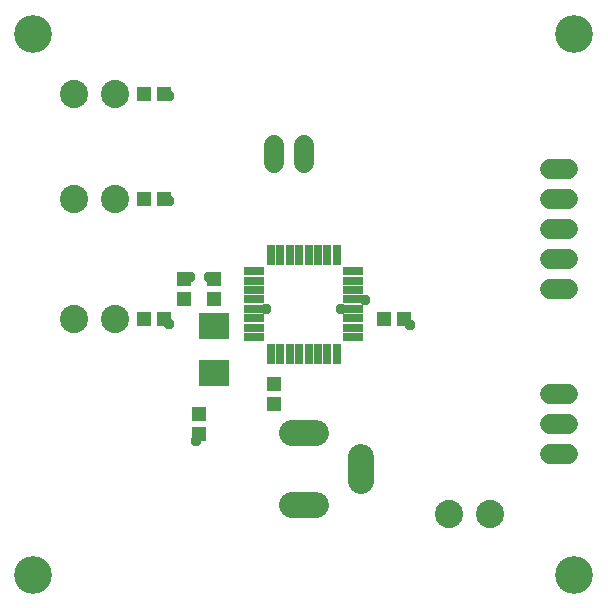
<source format=gbr>
G04 EAGLE Gerber RS-274X export*
G75*
%MOMM*%
%FSLAX34Y34*%
%LPD*%
%INSoldermask Top*%
%IPPOS*%
%AMOC8*
5,1,8,0,0,1.08239X$1,22.5*%
G01*
%ADD10C,3.203200*%
%ADD11R,1.303200X1.203200*%
%ADD12R,1.203200X1.303200*%
%ADD13C,2.203200*%
%ADD14C,1.727200*%
%ADD15C,2.387600*%
%ADD16R,1.803200X0.753200*%
%ADD17R,0.753200X1.803200*%
%ADD18R,2.603200X2.203200*%
%ADD19C,0.959600*%


D10*
X25000Y25000D03*
X25000Y483000D03*
X483000Y483000D03*
X483000Y25000D03*
D11*
X321700Y241300D03*
X338700Y241300D03*
D12*
X177800Y258200D03*
X177800Y275200D03*
X152400Y258200D03*
X152400Y275200D03*
X165100Y160900D03*
X165100Y143900D03*
D13*
X244000Y145300D02*
X264000Y145300D01*
X264000Y84300D02*
X244000Y84300D01*
X302000Y104300D02*
X302000Y124300D01*
D14*
X228600Y373380D02*
X228600Y388620D01*
X254000Y388620D02*
X254000Y373380D01*
X462280Y127000D02*
X477520Y127000D01*
X477520Y152400D02*
X462280Y152400D01*
X462280Y177800D02*
X477520Y177800D01*
D11*
X228600Y186300D03*
X228600Y169300D03*
D12*
X118500Y431800D03*
X135500Y431800D03*
X118500Y342900D03*
X135500Y342900D03*
X118500Y241300D03*
X135500Y241300D03*
D15*
X411700Y76200D03*
X376700Y76200D03*
X94200Y431800D03*
X59200Y431800D03*
X94200Y342900D03*
X59200Y342900D03*
X94200Y241300D03*
X59200Y241300D03*
D16*
X212200Y282000D03*
X212200Y274000D03*
X212200Y266000D03*
X212200Y258000D03*
X212200Y250000D03*
X212200Y242000D03*
X212200Y234000D03*
X212200Y226000D03*
D17*
X226000Y212200D03*
X234000Y212200D03*
X242000Y212200D03*
X250000Y212200D03*
X258000Y212200D03*
X266000Y212200D03*
X274000Y212200D03*
X282000Y212200D03*
D16*
X295800Y226000D03*
X295800Y234000D03*
X295800Y242000D03*
X295800Y250000D03*
X295800Y258000D03*
X295800Y266000D03*
X295800Y274000D03*
X295800Y282000D03*
D17*
X282000Y295800D03*
X274000Y295800D03*
X266000Y295800D03*
X258000Y295800D03*
X250000Y295800D03*
X242000Y295800D03*
X234000Y295800D03*
X226000Y295800D03*
D18*
X177800Y195900D03*
X177800Y235900D03*
D14*
X462280Y368300D02*
X477520Y368300D01*
X477520Y342900D02*
X462280Y342900D01*
X462280Y317500D02*
X477520Y317500D01*
X477520Y292100D02*
X462280Y292100D01*
X462280Y266700D02*
X477520Y266700D01*
D19*
X157480Y276860D03*
X285750Y250190D03*
X306070Y257810D03*
X344170Y236220D03*
X173990Y276860D03*
X139700Y237490D03*
X162560Y138430D03*
X139700Y430530D03*
X139700Y341630D03*
X222250Y250190D03*
M02*

</source>
